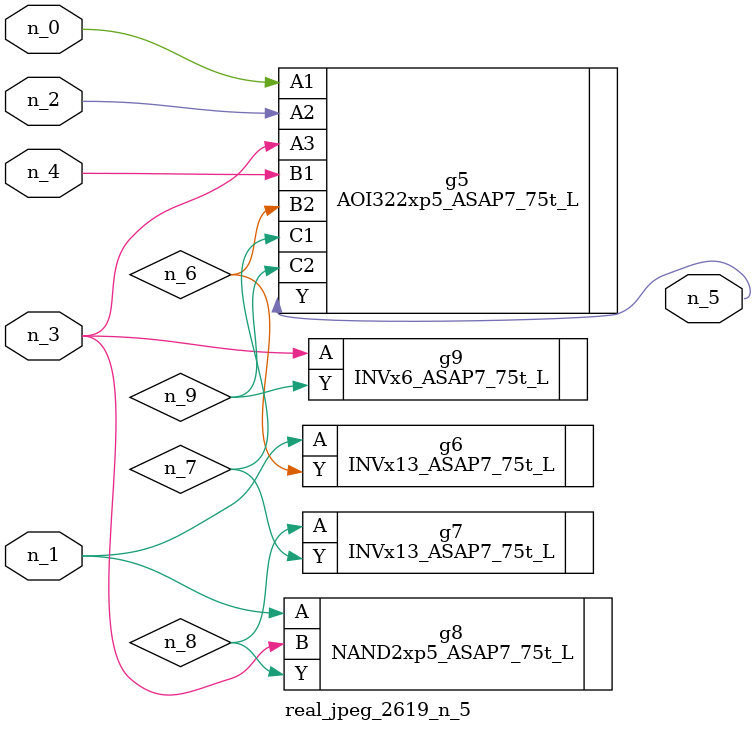
<source format=v>
module real_jpeg_2619_n_5 (n_4, n_0, n_1, n_2, n_3, n_5);

input n_4;
input n_0;
input n_1;
input n_2;
input n_3;

output n_5;

wire n_8;
wire n_6;
wire n_7;
wire n_9;

AOI322xp5_ASAP7_75t_L g5 ( 
.A1(n_0),
.A2(n_2),
.A3(n_3),
.B1(n_4),
.B2(n_6),
.C1(n_7),
.C2(n_9),
.Y(n_5)
);

INVx13_ASAP7_75t_L g6 ( 
.A(n_1),
.Y(n_6)
);

NAND2xp5_ASAP7_75t_L g8 ( 
.A(n_1),
.B(n_3),
.Y(n_8)
);

INVx6_ASAP7_75t_L g9 ( 
.A(n_3),
.Y(n_9)
);

INVx13_ASAP7_75t_L g7 ( 
.A(n_8),
.Y(n_7)
);


endmodule
</source>
